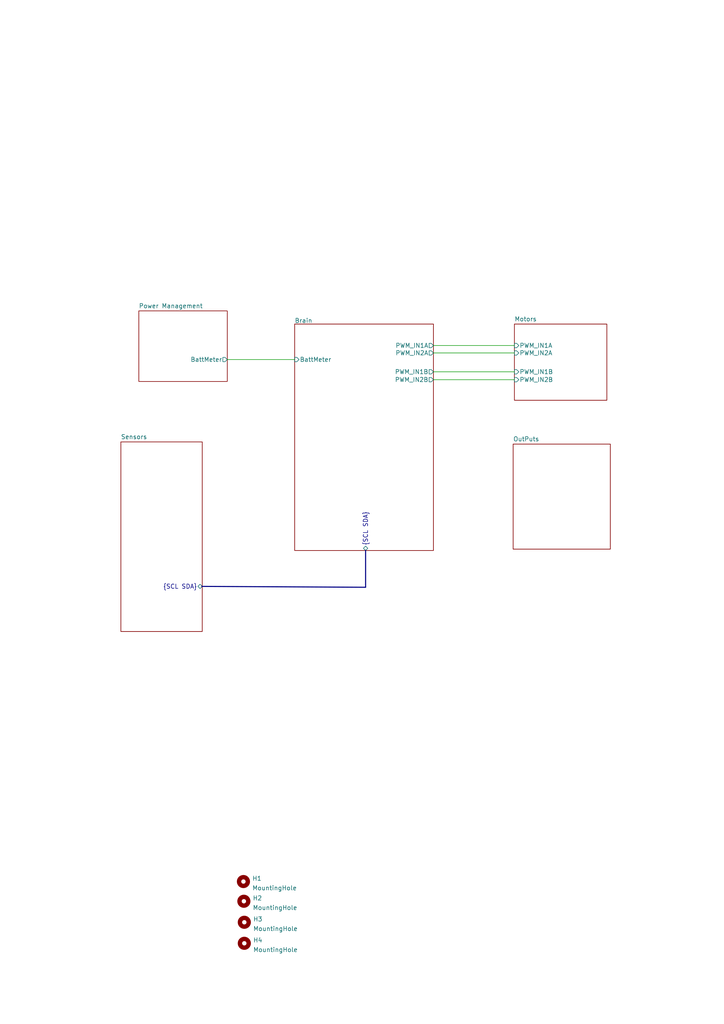
<source format=kicad_sch>
(kicad_sch (version 20211123) (generator eeschema)
  (paper "A4" portrait)
  (title_block (title "Sumibot") (date "2022-02-05") (rev "V1.0") (company "Artil Robotics") (comment 1 "Marcelo Ortiz"))
  (lib_symbols
    (symbol "Mechanical:MountingHole" (pin_names (offset 1.016))
      (property "Reference" "H" (at 0 5.08 0))
      (property "Value" "MountingHole" (at 0 3.175 0))
      (symbol "MountingHole_0_1"
        (circle (center 0 0) (radius 1.27) (stroke (width 1.27)))
      )
    )
  )
  (bus (pts (xy 106.045 159.639) (xy 106.045 170.307)))
  (wire (pts (xy 125.73 107.823) (xy 149.225 107.823)))
  (wire (pts (xy 125.73 100.203) (xy 149.225 100.203)))
  (wire (pts (xy 65.913 104.267) (xy 85.471 104.267)))
  (wire (pts (xy 125.73 102.362) (xy 149.225 102.362)))
  (wire (pts (xy 125.73 110.109) (xy 149.225 110.109)))
  (bus (pts (xy 58.547 170.053) (xy 106.045 170.307)))
  (symbol (lib_id "Mechanical:MountingHole") (at 70.612 255.651 0) (unit 1) (in_bom no)
    (property "Reference" "H1" (at 73.152 254.7425 0) (effects (justify left)))
    (property "Value" "MountingHole" (at 73.152 257.5176 0) (effects (justify left)))
    (property "Footprint" "MountingHole:MountingHole_3.2mm_M3_ISO14580_Pad_TopBottom" (effects hide))
  )
  (symbol (lib_id "Mechanical:MountingHole") (at 70.866 267.462 0) (unit 1) (in_bom no)
    (property "Reference" "H3" (at 73.406 266.5535 0) (effects (justify left)))
    (property "Value" "MountingHole" (at 73.406 269.3286 0) (effects (justify left)))
    (property "Footprint" "MountingHole:MountingHole_3.2mm_M3_ISO14580_Pad_TopBottom" (effects hide))
  )
  (symbol (lib_id "Mechanical:MountingHole") (at 70.739 261.366 0) (unit 1) (in_bom no)
    (property "Reference" "H2" (at 73.279 260.4575 0) (effects (justify left)))
    (property "Value" "MountingHole" (at 73.279 263.2326 0) (effects (justify left)))
    (property "Footprint" "MountingHole:MountingHole_3.2mm_M3_ISO14580_Pad_TopBottom" (effects hide))
  )
  (symbol (lib_id "Mechanical:MountingHole") (at 70.866 273.558 0) (unit 1) (in_bom no)
    (property "Reference" "H4" (at 73.406 272.6495 0) (effects (justify left)))
    (property "Value" "MountingHole" (at 73.406 275.4246 0) (effects (justify left)))
    (property "Footprint" "MountingHole:MountingHole_3.2mm_M3_ISO14580_Pad_TopBottom" (effects hide))
  )
  (sheet (at 35.052 128.143) (size 23.622 54.991) (stroke (width 0.1524))
    (property "Sheet name" "Sensors" (at 35.052 127.4314 0) (effects (justify left bottom)))
    (property "Sheet file" "Sensors.kicad_sch" (effects hide))
    (pin "{SCL SDA}" bidirectional (at 58.674 170.053 0))
  )
  (sheet (at 40.259 90.17) (size 25.654 20.447) (stroke (width 0.1524))
    (property "Sheet name" "Power Management" (at 40.259 89.4584 0) (effects (justify left bottom)))
    (property "Sheet file" "Power Management.kicad_sch" (effects hide))
    (pin "BattMeter" output (at 65.913 104.267 0))
  )
  (sheet (at 149.225 93.98) (size 26.797 22.098) (stroke (width 0.1524))
    (property "Sheet name" "Motors" (at 149.225 93.2684 0) (effects (justify left bottom)))
    (property "Sheet file" "SumibotMotors.kicad_sch" (effects hide))
    (pin "PWM_IN2A" input (at 149.225 102.362 180))
    (pin "PWM_IN1A" input (at 149.225 100.203 180))
    (pin "PWM_IN2B" input (at 149.225 110.109 180))
    (pin "PWM_IN1B" input (at 149.225 107.823 180))
  )
  (sheet (at 85.471 93.98) (size 40.259 65.659) (stroke (width 0.1524))
    (property "Sheet name" "Brain" (at 85.471 93.726 0) (effects (justify left bottom)))
    (property "Sheet file" "SumibotBrain.kicad_sch" (effects hide))
    (pin "{SCL SDA}" bidirectional (at 106.045 159.639 270))
    (pin "PWM_IN2A" output (at 125.73 102.362 0))
    (pin "PWM_IN1A" output (at 125.73 100.203 0))
    (pin "PWM_IN1B" output (at 125.73 107.823 0))
    (pin "PWM_IN2B" output (at 125.73 110.109 0))
    (pin "BattMeter" input (at 85.471 104.267 180))
  )
  (sheet (at 148.844 128.778) (size 28.194 30.48) (stroke (width 0.1524))
    (property "Sheet name" "OutPuts" (at 148.844 128.0664 0) (effects (justify left bottom)))
    (property "Sheet file" "OutPuts.kicad_sch" (effects hide))
  )
)
</source>
